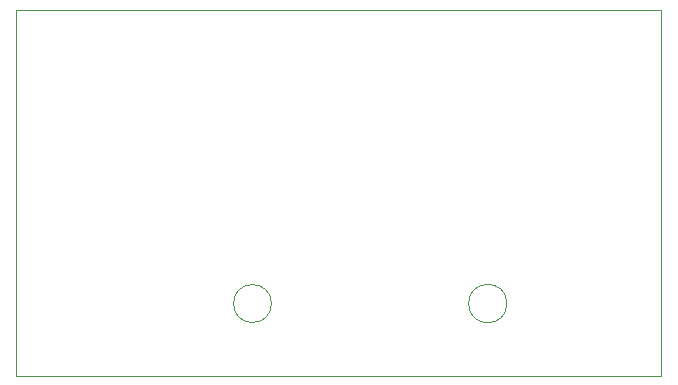
<source format=gm1>
G04 #@! TF.GenerationSoftware,KiCad,Pcbnew,7.0.6+dfsg-1*
G04 #@! TF.CreationDate,2023-08-24T18:37:02+02:00*
G04 #@! TF.ProjectId,USB,5553422e-6b69-4636-9164-5f7063625858,rev?*
G04 #@! TF.SameCoordinates,Original*
G04 #@! TF.FileFunction,Profile,NP*
%FSLAX46Y46*%
G04 Gerber Fmt 4.6, Leading zero omitted, Abs format (unit mm)*
G04 Created by KiCad (PCBNEW 7.0.6+dfsg-1) date 2023-08-24 18:37:02*
%MOMM*%
%LPD*%
G01*
G04 APERTURE LIST*
G04 #@! TA.AperFunction,Profile*
%ADD10C,0.050000*%
G04 #@! TD*
G04 APERTURE END LIST*
D10*
X174244000Y-78740000D02*
X119634000Y-78740000D01*
X174244000Y-109728000D02*
X174244000Y-78740000D01*
X141224000Y-103632000D02*
G75*
G03*
X141224000Y-103632000I-1606437J0D01*
G01*
X119634000Y-109728000D02*
X174244000Y-109728000D01*
X161163001Y-103632000D02*
G75*
G03*
X161163001Y-103632000I-1626394J0D01*
G01*
X119634000Y-78740000D02*
X119634000Y-109728000D01*
M02*

</source>
